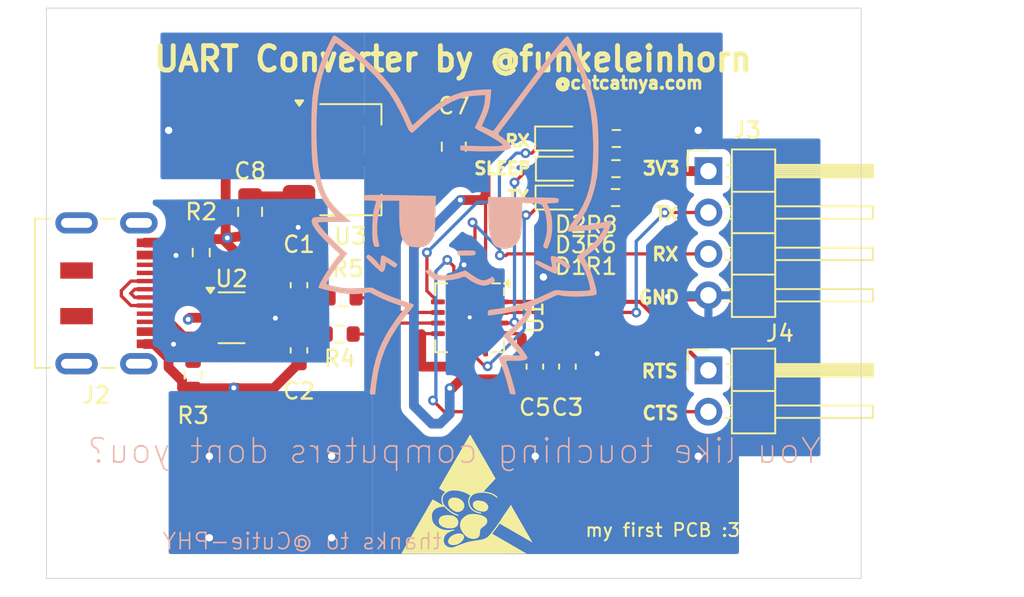
<source format=kicad_pcb>
(kicad_pcb (version 20240108) (generator "pcbnew") (generator_version "8.0")
  (layers (0 "F.Cu" signal) (1 "In1.Cu" power) (2 "In2.Cu" power) (31 "B.Cu" signal) (34 "B.Paste" user) (35 "F.Paste" user) (36 "B.SilkS" user "B.Silkscreen") (37 "F.SilkS" user "F.Silkscreen") (38 "B.Mask" user) (39 "F.Mask" user) (44 "Edge.Cuts" user))
  (net 0 "")
  (net 1 "Net-(C1-Pad1)")
  (net 2 "GND")
  (net 3 "Net-(C2-Pad1)")
  (net 4 "Net-(J2-CC1)")
  (net 5 "Net-(J2-CC2)")
  (net 8 "Net-(U1-USBDM)")
  (net 9 "Net-(U1-USBDP)")
  (net 10 "Net-(D2-K)")
  (net 11 "+3V3")
  (net 12 "Net-(D1-K)")
  (net 13 "Net-(D3-K)")
  (net 15 "VBUS")
  (net 16 "Net-(D1-A)")
  (net 17 "Net-(D2-A)")
  (net 18 "Net-(J3-Pin_2)")
  (net 19 "Net-(J3-Pin_3)")
  (net 20 "Net-(J4-Pin_2)")
  (net 21 "Net-(J4-Pin_1)")
  (net 22 "Net-(D3-A)")
  (footprint "LED_SMD:LED_0603_1608Metric" (layer "F.Cu") (at 134 84.125)
    (property "Reference" "D1" (at 0.675 4.225 0) (layer "F.SilkS"))
    (property "Value" "LED")
    (pad "1" smd roundrect (at -0.7875 0) (size 0.875 0.95) (layers "F.Cu" "F.Paste" "F.Mask") (net 12 "Net-(D1-K)"))
    (pad "2" smd roundrect (at 0.7875 0) (size 0.875 0.95) (layers "F.Cu" "F.Paste" "F.Mask") (net 16 "Net-(D1-A)"))
  )
  (footprint "MountingHole:MountingHole_3.2mm_M3_DIN965" (layer "F.Cu") (at 149 104)
    (property "Reference" "H4" (hide yes))
    (property "Value" "MountingHole")
    (pad "" np_thru_hole circle (at 0 0) (size 3.2 3.2) (drill 3.2) (layers "*.Cu" "*.Mask"))
  )
  (footprint "Capacitor_SMD:C_0603_1608Metric" (layer "F.Cu") (at 134.475 94.5 90)
    (property "Reference" "C3" (at -2.5 0 0) (layer "F.SilkS"))
    (property "Value" "100nF")
    (pad "1" smd roundrect (at -0.775 0 90) (size 0.9 0.95) (layers "F.Cu" "F.Paste" "F.Mask") (net 11 "+3V3"))
    (pad "2" smd roundrect (at 0.775 0 90) (size 0.9 0.95) (layers "F.Cu" "F.Paste" "F.Mask") (net 2 "GND"))
  )
  (footprint "Connector_USB:USB_C_Receptacle_JAE_DX07S016JA1R1500" (layer "F.Cu") (at 105.5 90 -90)
    (property "Reference" "J2" (at 6.25 -0.05 180) (layer "F.SilkS"))
    (property "Value" "USB_C_Receptacle_USB2.0_16P")
    (pad "" np_thru_hole circle (at -3 -1.95 270) (size 0.6 0.6) (drill 0.6) (layers "F&B.Cu" "*.Mask"))
    (pad "" smd rect (at -1.4 1.15 270) (size 1 2) (layers "F.Cu" "F.Paste" "F.Mask"))
    (pad "" smd rect (at 1.4 1.15 270) (size 1 2) (layers "F.Cu" "F.Paste" "F.Mask"))
    (pad "" np_thru_hole oval (at 3 -1.95 270) (size 0.85 0.6) (drill oval 0.85 0.6) (layers "F&B.Cu" "*.Mask"))
    (pad "A1" smd rect (at -3.1 -3.05 270) (size 0.52 1) (layers "F.Cu" "F.Paste" "F.Mask") (net 2 "GND"))
    (pad "A4" smd rect (at -2.35 -3.05 270) (size 0.52 1) (layers "F.Cu" "F.Paste" "F.Mask") (net 15 "VBUS"))
    (pad "A5" smd rect (at -1.75 -3.05 270) (size 0.27 1) (layers "F.Cu" "F.Paste" "F.Mask") (net 4 "Net-(J2-CC1)"))
    (pad "A6" smd rect (at -0.25 -3.05 270) (size 0.27 1) (layers "F.Cu" "F.Paste" "F.Mask") (net 1 "Net-(C1-Pad1)"))
    (pad "A7" smd rect (at 0.75 -3.05 270) (size 0.27 1) (layers "F.Cu" "F.Paste" "F.Mask") (net 3 "Net-(C2-Pad1)"))
    (pad "A8" smd rect (at 1.75 -3.05 270) (size 0.27 1) (layers "F.Cu" "F.Paste" "F.Mask"))
    (pad "A9" smd rect (at 2.35 -3.05 270) (size 0.52 1) (layers "F.Cu" "F.Paste" "F.Mask") (net 15 "VBUS"))
    (pad "A12" smd rect (at 3.1 -3.05 270) (size 0.52 1) (layers "F.Cu" "F.Paste" "F.Mask") (net 2 "GND"))
    (pad "B1" smd rect (at 3.1 -3.05 270) (size 0.52 1) (layers "F.Cu" "F.Paste" "F.Mask") (net 2 "GND"))
    (pad "B4" smd rect (at 2.35 -3.05 270) (size 0.52 1) (layers "F.Cu" "F.Paste" "F.Mask") (net 15 "VBUS"))
    (pad "B5" smd rect (at 1.25 -3.05 270) (size 0.27 1) (layers "F.Cu" "F.Paste" "F.Mask") (net 5 "Net-(J2-CC2)"))
    (pad "B6" smd rect (at 0.25 -3.05 270) (size 0.27 1) (layers "F.Cu" "F.Paste" "F.Mask") (net 1 "Net-(C1-Pad1)"))
    (pad "B7" smd rect (at -0.75 -3.05 270) (size 0.27 1) (layers "F.Cu" "F.Paste" "F.Mask") (net 3 "Net-(C2-Pad1)"))
    (pad "B8" smd rect (at -1.25 -3.05 270) (size 0.27 1) (layers "F.Cu" "F.Paste" "F.Mask"))
    (pad "B9" smd rect (at -2.35 -3.05 270) (size 0.52 1) (layers "F.Cu" "F.Paste" "F.Mask") (net 15 "VBUS"))
    (pad "B12" smd rect (at -3.1 -3.05 270) (size 0.52 1) (layers "F.Cu" "F.Paste" "F.Mask") (net 2 "GND"))
    (pad "S1" thru_hole oval (at -4.32 -2.675 270) (size 1.3 2.3) (drill oval 0.6 1.6) (layers "*.Cu" "*.Mask") (net 2 "GND"))
    (pad "S1" thru_hole oval (at -4.32 1.15 270) (size 1.3 2.6) (drill oval 0.6 1.9) (layers "*.Cu" "*.Mask") (net 2 "GND"))
    (pad "S1" thru_hole oval (at 4.32 -2.675 270) (size 1.3 2.3) (drill oval 0.6 1.6) (layers "*.Cu" "*.Mask") (net 2 "GND"))
    (pad "S1" thru_hole oval (at 4.32 1.15 270) (size 1.3 2.6) (drill oval 0.6 1.9) (layers "*.Cu" "*.Mask") (net 2 "GND"))
  )
  (footprint "LOGO" (layer "F.Cu") (at 128.5 102.5)
    (property "Reference" "G***" (hide yes))
    (property "Value" "LOGO" (hide yes))
  )
  (footprint "Package_DFN_QFN:QFN-16-1EP_4x4mm_P0.65mm_EP2.1x2.1mm" (layer "F.Cu") (at 128.475 91.5 -90)
    (property "Reference" "U1" (at 0 -4 90) (layer "F.SilkS"))
    (property "Value" "FT230XQ")
    (pad "1" smd roundrect (at -1.95 -0.975 270) (size 0.85 0.3) (layers "F.Cu" "F.Paste" "F.Mask") (net 11 "+3V3"))
    (pad "2" smd roundrect (at -1.95 -0.325 270) (size 0.85 0.3) (layers "F.Cu" "F.Paste" "F.Mask") (net 19 "Net-(J3-Pin_3)"))
    (pad "3" smd roundrect (at -1.95 0.325 270) (size 0.85 0.3) (layers "F.Cu" "F.Paste" "F.Mask") (net 2 "GND"))
    (pad "4" smd roundrect (at -1.95 0.975 270) (size 0.85 0.3) (layers "F.Cu" "F.Paste" "F.Mask") (net 20 "Net-(J4-Pin_2)"))
    (pad "5" smd roundrect (at -0.975 1.95 270) (size 0.3 0.85) (layers "F.Cu" "F.Paste" "F.Mask") (net 10 "Net-(D2-K)"))
    (pad "6" smd roundrect (at -0.325 1.95 270) (size 0.3 0.85) (layers "F.Cu" "F.Paste" "F.Mask") (net 9 "Net-(U1-USBDP)"))
    (pad "7" smd roundrect (at 0.325 1.95 270) (size 0.3 0.85) (layers "F.Cu" "F.Paste" "F.Mask") (net 8 "Net-(U1-USBDM)"))
    (pad "8" smd roundrect (at 0.975 1.95 270) (size 0.3 0.85) (layers "F.Cu" "F.Paste" "F.Mask") (net 11 "+3V3"))
    (pad "9" smd roundrect (at 1.95 0.975 270) (size 0.85 0.3) (layers "F.Cu" "F.Paste" "F.Mask") (net 11 "+3V3"))
    (pad "10" smd roundrect (at 1.95 0.325 270) (size 0.85 0.3) (layers "F.Cu" "F.Paste" "F.Mask") (net 11 "+3V3"))
    (pad "11" smd roundrect (at 1.95 -0.325 270) (size 0.85 0.3) (layers "F.Cu" "F.Paste" "F.Mask") (net 12 "Net-(D1-K)"))
    (pad "12" smd roundrect (at 1.95 -0.975 270) (size 0.85 0.3) (layers "F.Cu" "F.Paste" "F.Mask"))
    (pad "13" smd roundrect (at 0.975 -1.95 270) (size 0.3 0.85) (layers "F.Cu" "F.Paste" "F.Mask") (net 2 "GND"))
    (pad "14" smd roundrect (at 0.325 -1.95 270) (size 0.3 0.85) (layers "F.Cu" "F.Paste" "F.Mask") (net 13 "Net-(D3-K)"))
    (pad "15" smd roundrect (at -0.325 -1.95 270) (size 0.3 0.85) (layers "F.Cu" "F.Paste" "F.Mask") (net 18 "Net-(J3-Pin_2)"))
    (pad "16" smd roundrect (at -0.975 -1.95 270) (size 0.3 0.85) (layers "F.Cu" "F.Paste" "F.Mask") (net 21 "Net-(J4-Pin_1)"))
    (pad "17" smd rect (at 0 0 270) (size 2.1 2.1) (property pad_prop_heatsink) (layers "F.Cu" "F.Mask") (net 2 "GND"))
  )
  (footprint "Resistor_SMD:R_0603_1608Metric" (layer "F.Cu") (at 112 87.5 90)
    (property "Reference" "R2" (at 2.5 0 0) (layer "F.SilkS"))
    (property "Value" "5K1")
    (pad "1" smd roundrect (at -0.825 0 90) (size 0.8 0.95) (layers "F.Cu" "F.Paste" "F.Mask") (net 4 "Net-(J2-CC1)"))
    (pad "2" smd roundrect (at 0.825 0 90) (size 0.8 0.95) (layers "F.Cu" "F.Paste" "F.Mask") (net 2 "GND"))
  )
  (footprint "LED_SMD:LED_0603_1608Metric" (layer "F.Cu") (at 134.025 82.35)
    (property "Reference" "D3" (at 0.65 4.675 0) (layer "F.SilkS"))
    (property "Value" "LED")
    (pad "1" smd roundrect (at -0.7875 0) (size 0.875 0.95) (layers "F.Cu" "F.Paste" "F.Mask") (net 13 "Net-(D3-K)"))
    (pad "2" smd roundrect (at 0.7875 0) (size 0.875 0.95) (layers "F.Cu" "F.Paste" "F.Mask") (net 22 "Net-(D3-A)"))
  )
  (footprint "Resistor_SMD:R_0603_1608Metric" (layer "F.Cu") (at 120.675 90.275)
    (property "Reference" "R5" (at 0.325 -1.775 0) (layer "F.SilkS"))
    (property "Value" "27R")
    (pad "1" smd roundrect (at -0.825 0) (size 0.8 0.95) (layers "F.Cu" "F.Paste" "F.Mask") (net 1 "Net-(C1-Pad1)"))
    (pad "2" smd roundrect (at 0.825 0) (size 0.8 0.95) (layers "F.Cu" "F.Paste" "F.Mask") (net 9 "Net-(U1-USBDP)"))
  )
  (footprint "Connector_PinHeader_2.54mm:PinHeader_1x04_P2.54mm_Horizontal" (layer "F.Cu") (at 143.125 82.5)
    (property "Reference" "J3" (at 2.375 -2.5 0) (layer "F.SilkS"))
    (property "Value" "Conn_01x04")
    (pad "1" thru_hole rect (at 0 0) (size 1.7 1.7) (drill 1) (layers "*.Cu" "*.Mask") (net 11 "+3V3"))
    (pad "2" thru_hole oval (at 0 2.54) (size 1.7 1.7) (drill 1) (layers "*.Cu" "*.Mask") (net 18 "Net-(J3-Pin_2)"))
    (pad "3" thru_hole oval (at 0 5.08) (size 1.7 1.7) (drill 1) (layers "*.Cu" "*.Mask") (net 19 "Net-(J3-Pin_3)"))
    (pad "4" thru_hole oval (at 0 7.62) (size 1.7 1.7) (drill 1) (layers "*.Cu" "*.Mask") (net 2 "GND"))
  )
  (footprint "Resistor_SMD:R_0603_1608Metric" (layer "F.Cu") (at 120.5 92.5)
    (property "Reference" "R4" (at 0 1.5 0) (layer "F.SilkS"))
    (property "Value" "27R")
    (pad "1" smd roundrect (at -0.825 0) (size 0.8 0.95) (layers "F.Cu" "F.Paste" "F.Mask") (net 3 "Net-(C2-Pad1)"))
    (pad "2" smd roundrect (at 0.825 0) (size 0.8 0.95) (layers "F.Cu" "F.Paste" "F.Mask") (net 8 "Net-(U1-USBDM)"))
  )
  (footprint "Capacitor_SMD:C_0603_1608Metric" (layer "F.Cu") (at 118 93.5 -90)
    (property "Reference" "C2" (at 2.5 0 180) (layer "F.SilkS"))
    (property "Value" "47pF")
    (pad "1" smd roundrect (at -0.775 0 270) (size 0.9 0.95) (layers "F.Cu" "F.Paste" "F.Mask") (net 3 "Net-(C2-Pad1)"))
    (pad "2" smd roundrect (at 0.775 0 270) (size 0.9 0.95) (layers "F.Cu" "F.Paste" "F.Mask") (net 2 "GND"))
  )
  (footprint "Resistor_SMD:R_0603_1608Metric" (layer "F.Cu") (at 137.425 84.125 180)
    (property "Reference" "R1" (at 0.875 -4.225 180) (layer "F.SilkS"))
    (property "Value" "R")
    (pad "1" smd roundrect (at -0.825 0 180) (size 0.8 0.95) (layers "F.Cu" "F.Paste" "F.Mask") (net 11 "+3V3"))
    (pad "2" smd roundrect (at 0.825 0 180) (size 0.8 0.95) (layers "F.Cu" "F.Paste" "F.Mask") (net 16 "Net-(D1-A)"))
  )
  (footprint "Resistor_SMD:R_0603_1608Metric" (layer "F.Cu") (at 137.475 80.5 180)
    (property "Reference" "R8" (at 0.9 -5.3 180) (layer "F.SilkS"))
    (property "Value" "R")
    (pad "1" smd roundrect (at -0.825 0 180) (size 0.8 0.95) (layers "F.Cu" "F.Paste" "F.Mask") (net 11 "+3V3"))
    (pad "2" smd roundrect (at 0.825 0 180) (size 0.8 0.95) (layers "F.Cu" "F.Paste" "F.Mask") (net 17 "Net-(D2-A)"))
  )
  (footprint "Resistor_SMD:R_0603_1608Metric" (layer "F.Cu") (at 111.5 95 -90)
    (property "Reference" "R3" (at 2.5 0 180) (layer "F.SilkS"))
    (property "Value" "5K1")
    (pad "1" smd roundrect (at -0.825 0 270) (size 0.8 0.95) (layers "F.Cu" "F.Paste" "F.Mask") (net 5 "Net-(J2-CC2)"))
    (pad "2" smd roundrect (at 0.825 0 270) (size 0.8 0.95) (layers "F.Cu" "F.Paste" "F.Mask") (net 2 "GND"))
  )
  (footprint "Resistor_SMD:R_0603_1608Metric" (layer "F.Cu") (at 137.45 82.35 180)
    (property "Reference" "R6" (at 0.925 -4.65 180) (layer "F.SilkS"))
    (property "Value" "R")
    (pad "1" smd roundrect (at -0.825 0 180) (size 0.8 0.95) (layers "F.Cu" "F.Paste" "F.Mask") (net 11 "+3V3"))
    (pad "2" smd roundrect (at 0.825 0 180) (size 0.8 0.95) (layers "F.Cu" "F.Paste" "F.Mask") (net 22 "Net-(D3-A)"))
  )
  (footprint "Capacitor_SMD:C_0603_1608Metric" (layer "F.Cu") (at 132.475 94.5 90)
    (property "Reference" "C5" (at -2.5 0 0) (layer "F.SilkS"))
    (property "Value" "100nF")
    (pad "1" smd roundrect (at -0.775 0 90) (size 0.9 0.95) (layers "F.Cu" "F.Paste" "F.Mask") (net 11 "+3V3"))
    (pad "2" smd roundrect (at 0.775 0 90) (size 0.9 0.95) (layers "F.Cu" "F.Paste" "F.Mask") (net 2 "GND"))
  )
  (footprint "MountingHole:MountingHole_3.2mm_M3_DIN965" (layer "F.Cu") (at 106 104)
    (property "Reference" "H3" (hide yes))
    (property "Value" "MountingHole")
    (pad "" np_thru_hole circle (at 0 0) (size 3.2 3.2) (drill 3.2) (layers "*.Cu" "*.Mask"))
  )
  (footprint "Capacitor_SMD:C_0805_2012Metric" (layer "F.Cu") (at 127.5 81 90)
    (property "Reference" "C7" (at 2.5 0 0) (layer "F.SilkS"))
    (property "Value" "2u2")
    (pad "1" smd roundrect (at -0.949999 0 90) (size 1 1.45) (layers "F.Cu" "F.Paste" "F.Mask") (net 11 "+3V3"))
    (pad "2" smd roundrect (at 0.949999 0 90) (size 1 1.45) (layers "F.Cu" "F.Paste" "F.Mask") (net 2 "GND"))
  )
  (footprint "Package_TO_SOT_SMD:SOT-23-6" (layer "F.Cu") (at 113.8625 91.5)
    (property "Reference" "U2" (at 0 -2.4 0) (layer "F.SilkS"))
    (property "Value" "USBLC6-2SC6")
    (pad "1" smd roundrect (at -1.1375 -0.95) (size 1.325 0.6) (layers "F.Cu" "F.Paste" "F.Mask") (net 1 "Net-(C1-Pad1)"))
    (pad "2" smd roundrect (at -1.1375 0) (size 1.325 0.6) (layers "F.Cu" "F.Paste" "F.Mask") (net 2 "GND"))
    (pad "3" smd roundrect (at -1.1375 0.95) (size 1.325 0.6) (layers "F.Cu" "F.Paste" "F.Mask") (net 3 "Net-(C2-Pad1)"))
    (pad "4" smd roundrect (at 1.1375 0.95) (size 1.325 0.6) (layers "F.Cu" "F.Paste" "F.Mask") (net 3 "Net-(C2-Pad1)"))
    (pad "5" smd roundrect (at 1.1375 0) (size 1.325 0.6) (layers "F.Cu" "F.Paste" "F.Mask") (net 15 "VBUS"))
    (pad "6" smd roundrect (at 1.1375 -0.95) (size 1.325 0.6) (layers "F.Cu" "F.Paste" "F.Mask") (net 1 "Net-(C1-Pad1)"))
  )
  (footprint "LED_SMD:LED_0603_1608Metric" (layer "F.Cu") (at 133.975 80.5)
    (property "Reference" "D2" (at 0.7 5.275 0) (layer "F.SilkS"))
    (property "Value" "LED")
    (pad "1" smd roundrect (at -0.7875 0) (size 0.875 0.95) (layers "F.Cu" "F.Paste" "F.Mask") (net 10 "Net-(D2-K)"))
    (pad "2" smd roundrect (at 0.7875 0) (size 0.875 0.95) (layers "F.Cu" "F.Paste" "F.Mask") (net 17 "Net-(D2-A)"))
  )
  (footprint "MountingHole:MountingHole_3.2mm_M3_DIN965" (layer "F.Cu") (at 106 76)
    (property "Reference" "H1" (hide yes))
    (property "Value" "MountingHole")
    (pad "" np_thru_hole circle (at 0 0) (size 3.2 3.2) (drill 3.2) (layers "*.Cu" "*.Mask"))
  )
  (footprint "MountingHole:MountingHole_3.2mm_M3_DIN965" (layer "F.Cu") (at 149 76)
    (property "Reference" "H2" (hide yes))
    (property "Value" "MountingHole")
    (pad "" np_thru_hole circle (at 0 0) (size 3.2 3.2) (drill 3.2) (layers "*.Cu" "*.Mask"))
  )
  (footprint "Capacitor_SMD:C_0805_2012Metric" (layer "F.Cu") (at 115 85 -90)
    (property "Reference" "C8" (at -2.5 0 180) (layer "F.SilkS"))
    (property "Value" "2u2")
    (pad "1" smd roundrect (at -0.949999 0 270) (size 1 1.45) (layers "F.Cu" "F.Paste" "F.Mask") (net 15 "VBUS"))
    (pad "2" smd roundrect (at 0.949999 0 270) (size 1 1.45) (layers "F.Cu" "F.Paste" "F.Mask") (net 2 "GND"))
  )
  (footprint "Package_TO_SOT_SMD:SOT-223-3_TabPin2" (layer "F.Cu") (at 121.15 81.8)
    (property "Reference" "U3" (at 0 4.7 0) (layer "F.SilkS"))
    (property "Value" "TLV1117LV33")
    (pad "1" smd roundrect (at -3.15 -2.3) (size 2 1.5) (layers "F.Cu" "F.Paste" "F.Mask") (net 2 "GND"))
    (pad "2" smd roundrect (at -3.15 0) (size 2 1.5) (layers "F.Cu" "F.Paste" "F.Mask") (net 11 "+3V3"))
    (pad "2" smd roundrect (at 3.15 0) (size 2 3.8) (layers "F.Cu" "F.Paste" "F.Mask") (net 11 "+3V3"))
    (pad "3" smd roundrect (at -3.15 2.3) (size 2 1.5) (layers "F.Cu" "F.Paste" "F.Mask") (net 15 "VBUS"))
  )
  (footprint "Connector_PinHeader_2.54mm:PinHeader_1x02_P2.54mm_Horizontal" (layer "F.Cu") (at 143.125 94.725)
    (property "Reference" "J4" (at 4.385 -2.27 0) (layer "F.SilkS"))
    (property "Value" "Conn_01x02")
    (pad "1" thru_hole rect (at 0 0) (size 1.7 1.7) (drill 1) (layers "*.Cu" "*.Mask") (net 21 "Net-(J4-Pin_1)"))
    (pad "2" thru_hole oval (at 0 2.54) (size 1.7 1.7) (drill 1) (layers "*.Cu" "*.Mask") (net 20 "Net-(J4-Pin_2)"))
  )
  (footprint "Capacitor_SMD:C_0603_1608Metric" (layer "F.Cu") (at 118 89.5 90)
    (property "Reference" "C1" (at 2.5 0 0) (layer "F.SilkS"))
    (property "Value" "47pF")
    (pad "1" smd roundrect (at -0.775 0 90) (size 0.9 0.95) (layers "F.Cu" "F.Paste" "F.Mask") (net 1 "Net-(C1-Pad1)"))
    (pad "2" smd roundrect (at 0.775 0 90) (size 0.9 0.95) (layers "F.Cu" "F.Paste" "F.Mask") (net 2 "GND"))
  )
  (footprint "LOGO" (layer "B.Cu") (at 127.8 85.05 180)
    (property "Reference" "G***" (hide yes))
    (property "Value" "LOGO" (hide yes))
  )
  (gr_line (start 152.5 72.5) (end 152.5 107.5) (stroke (width 0.05)) (layer "Edge.Cuts"))
  (gr_line (start 152.5 107.5) (end 102.5 107.5) (stroke (width 0.05)) (layer "Edge.Cuts"))
  (gr_line (start 102.5 107.5) (end 102.5 72.5) (stroke (width 0.05)) (layer "Edge.Cuts"))
  (gr_line (start 102.5 72.5) (end 152.5 72.5) (stroke (width 0.05)) (layer "Edge.Cuts"))
  (gr_text "thanks to @Cutie-PHY" (at 126.825 105.8 0) (layer "B.SilkS") (effects (font (size 1 1) (thickness 0.1)) (justify left bottom mirror)))
  (gr_text "You like touching computers dont you?" (at 150.125 100.55 0) (layer "B.SilkS") (effects (font (size 1.5 1.5) (thickness 0.1)) (justify left bottom mirror)))
  (gr_text "my first PCB :3" (at 135.5 105 0) (layer "F.SilkS") (effects (font (size 0.8 0.8) (thickness 0.125)) (justify left bottom)))
  (gr_text "RX" (at 139.575 88.075 0) (layer "F.SilkS") (effects (font (size 0.8 0.8) (thickness 0.1875) (bold yes)) (justify left bottom)))
  (gr_text "TX" (at 139.75 85.575 0) (layer "F.SilkS") (effects (font (size 0.8 0.8) (thickness 0.1875) (bold yes)) (justify left bottom)))
  (gr_text "GND" (at 138.75 90.725 0) (layer "F.SilkS") (effects (font (size 0.8 0.8) (thickness 0.1875) (bold yes)) (justify left bottom)))
  (gr_text "RX" (at 130.55 81.1 0) (layer "F.SilkS") (effects (font (size 0.75 0.75) (thickness 0.1875) (bold yes)) (justify left bottom)))
  (gr_text "@catcatnya.com" (at 133.575 77.525 0) (layer "F.SilkS") (effects (font (size 0.75 0.75) (thickness 0.1875) (bold yes)) (justify left bottom)))
  (gr_text "TX" (at 130.7 84.525 0) (layer "F.SilkS") (effects (font (size 0.75 0.75) (thickness 0.1875) (bold yes)) (justify left bottom)))
  (gr_text "CTS" (at 138.975 97.825 0) (layer "F.SilkS") (effects (font (size 0.8 0.8) (thickness 0.1875) (bold yes)) (justify left bottom)))
  (gr_text "RTS" (at 138.925 95.25 0) (layer "F.SilkS") (effects (font (size 0.8 0.8) (thickness 0.1875) (bold yes)) (justify left bottom)))
  (gr_text "UART Converter by @funkeleinhorn" (at 108.95 76.5 0) (layer "F.SilkS") (effects (font (size 1.5 1.4) (thickness 0.3) (bold yes)) (justify left bottom)))
  (gr_text "SLEEP" (at 128.65 82.775 0) (layer "F.SilkS") (effects (font (size 0.75 0.75) (thickness 0.1875) (bold yes)) (justify left bottom)))
  (gr_text "3V3" (at 139 82.8 0) (layer "F.SilkS") (effects (font (size 0.8 0.8) (thickness 0.1875) (bold yes)) (justify left bottom)))
  (segment (start 107.925 89.75) (end 108.55 89.75) (width 0.2) (layer "F.Cu") (net 1))
  (segment (start 119.85 90.275) (end 118 90.275) (width 0.2) (layer "F.Cu") (net 1))
  (segment (start 117.725 90.55) (end 118 90.275) (width 0.2) (layer "F.Cu") (net 1))
  (segment (start 108.55 90.25) (end 107.925 90.25) (width 0.2) (layer "F.Cu") (net 1))
  (segment (start 112.725 90.55) (end 109.650686 90.55) (width 0.2) (layer "F.Cu") (net 1))
  (segment (start 107.925 90.25) (end 107.675 90) (width 0.2) (layer "F.Cu") (net 1))
  (segment (start 109.650686 90.55) (end 109.350686 90.25) (width 0.2) (layer "F.Cu") (net 1))
  (segment (start 109.350686 90.25) (end 108.55 90.25) (width 0.2) (layer "F.Cu") (net 1))
  (segment (start 112.725 90.55) (end 115 90.55) (width 0.2) (layer "F.Cu") (net 1))
  (segment (start 107.675 90) (end 107.925 89.75) (width 0.2) (layer "F.Cu") (net 1))
  (segment (start 115 90.55) (end 117.725 90.55) (width 0.2) (layer "F.Cu") (net 1))
  (segment (start 128.475 91.475) (end 128.475 91.5) (width 0.6) (layer "F.Cu") (net 2))
  (segment (start 128.45 91.475) (end 128.475 91.475) (width 0.6) (layer "F.Cu") (net 2))
  (segment (start 113.5 86.5) (end 113.325 86.675) (width 0.6) (layer "F.Cu") (net 2))
  (segment (start 110 94) (end 109.11 93.11) (width 0.6) (layer "F.Cu") (net 2))
  (segment (start 113.6 86.6) (end 114.449999 86.5) (width 0.6) (layer "F.Cu") (net 2))
  (segment (start 112.725 91.5) (end 111.3 91.5) (width 0.6) (layer "F.Cu") (net 2))
  (segment (start 128.475 91.5) (end 128.475 91.5) (width 0.6) (layer "F.Cu") (net 2))
  (segment (start 114.449999 86.5) (end 115 85.949999) (width 0.6) (layer "F.Cu") (net 2))
  (segment (start 112 86.675) (end 111.925 86.675) (width 0.6) (layer "F.Cu") (net 2))
  (segment (start 122.5 79.4) (end 126.849999 79.4) (width 0.6) (layer "F.Cu") (net 2))
  (segment (start 109 94.1) (end 108.400305 94.1) (width 0.25) (layer "F.Cu") (net 2))
  (segment (start 115 80) (end 115.5 79.5) (width 0.2) (layer "F.Cu") (net 2))
  (segment (start 110.825 95.825) (end 111.5 95.825) (width 0.6) (layer "F.Cu") (net 2))
  (segment (start 115.6 79.4) (end 113.5 81.5) (width 0.6) (layer "F.Cu") (net 2))
  (segment (start 111.3 91.5) (end 111.2 91.6) (width 0.6) (layer "F.Cu") (net 2))
  (segment (start 114 95.8) (end 114.025 95.825) (width 0.6) (layer "F.Cu") (net 2))
  (segment (start 110 94.55) (end 110 94) (width 0.6) (layer "F.Cu") (net 2))
  (segment (start 115.375 88.725) (end 113.325 86.675) (width 0.6) (layer "F.Cu") (net 2))
  (segment (start 116.45 95.825) (end 118 94.275) (width 0.6) (layer "F.Cu") (net 2))
  (segment (start 114.025 95.825) (end 114.175 95.825) (width 0.6) (layer "F.Cu") (net 2))
  (segment (start 115.5 79.5) (end 118 79.5) (width 0.2) (layer "F.Cu") (net 2))
  (segment (start 132.475 93.725) (end 131.675 93.725) (width 0.6) (layer "F.Cu") (net 2))
  (segment (start 112.5 86.675) (end 112.285 86.89) (width 0.6) (layer "F.Cu") (net 2))
  (segment (start 113.975 95.825) (end 114 95.8) (width 0.6) (layer "F.Cu") (net 2))
  (segment (start 112.5 86.675) (end 112 86.675) (width 0.6) (layer "F.Cu") (net 2))
  (segment (start 110.825 95.825) (end 110.825 95.375) (width 0.6) (layer "F.Cu") (net 2))
  (segment (start 114.225 95.825) (end 116.45 95.825) (width 0.6) (layer "F.Cu") (net 2))
  (segment (start 113.5 81.5) (end 113.5 86.5) (width 0.6) (layer "F.Cu") (net 2))
  (segment (start 131.675 93.725) (end 131.675 92.693629) (width 0.6) (layer "F.Cu") (net 2))
  (segment (start 110.825 95.375) (end 110 94.55) (width 0.6) (layer "F.Cu") (net 2))
  (segment (start 128.15 88.275) (end 128.125 88.25) (width 0.2) (layer "F.Cu") (net 2))
  (segment (start 126.849999 79.4) (end 127.5 80.050001) (width 0.6) (layer "F.Cu") (net 2))
  (segment (start 136.275 93.725) (end 136.3 93.7) (width 0.6) (layer "F.Cu") (net 2))
  (segment (start 111.775 86.9) (end 112 86.675) (width 0.2) (layer "F.Cu") (net 2))
  (segment (start 130.425 92.475) (end 131.456371 92.475) (width 0.2) (layer "F.Cu") (net 2))
  (segment (start 140.6 90.2) (end 143.045 90.2) (width 0.6) (layer "F.Cu") (net 2))
  (segment (start 128.15 89.55) (end 128.15 88.275) (width 0.2) (layer "F.Cu") (net 2))
  (segment (start 109.11 93.11) (end 108.55 93.11) (width 0.6) (layer "F.Cu") (net 2))
  (segment (start 111.2 91.6) (end 111.4 91.5) (width 0.2) (layer "F.Cu") (net 2))
  (segment (start 114.175 95.825) (end 114.2 95.8) (width 0.6) (layer "F.Cu") (net 2))
  (segment (start 126.949999 79.5) (end 127.5 80.050001) (width 0.2) (layer "F.Cu") (net 2))
  (segment (start 128.15 91.175) (end 128.45 91.475) (width 0.6) (layer "F.Cu") (net 2))
  (segment (start 143.045 90.2) (end 143.125 90.12) (width 0.6) (layer "F.Cu") (net 2))
  (segment (start 111.5 95.825) (end 113.975 95.825) (width 0.6) (layer "F.Cu") (net 2))
  (segment (start 118 79.5) (end 126.949999 79.5) (width 0.2) (layer "F.Cu") (net 2))
  (segment (start 113.325 86.675) (end 112.5 86.675) (width 0.6) (layer "F.Cu") (net 2))
  (segment (start 112.285 86.89) (end 108.55 86.89) (width 0.6) (layer "F.Cu") (net 2))
  (segment (start 115 80) (end 113.5 81.5) (width 0.2) (layer "F.Cu") (net 2))
  (segment (start 134.475 93.725) (end 132.475 93.725) (width 0.6) (layer "F.Cu") (net 2))
  (segment (start 134.475 93.725) (end 136.275 93.725) (width 0.6) (layer "F.Cu") (net 2))
  (segment (start 113.5 86.5) (end 113.6 86.6) (width 0.6) (layer "F.Cu") (net 2))
  (segment (start 122.5 79.4) (end 115.6 79.4) (width 0.6) (layer "F.Cu") (net 2))
  (segment (start 115.375 88.725) (end 118 88.725) (width 0.6) (layer "F.Cu") (net 2))
  (segment (start 131.456371 92.475) (end 131.556371 92.575) (width 0.2) (layer "F.Cu") (net 2))
  (segment (start 115 80) (end 115.6 79.4) (width 0.6) (layer "F.Cu") (net 2))
  (segment (start 114.2 95.8) (end 114.225 95.825) (width 0.6) (layer "F.Cu") (net 2))
  (via (at 128.475 91.475) (size 0.5) (drill 0.25) (layers "F.Cu" "B.Cu") (net 2))
  (via (at 111.2 91.6) (size 0.65) (drill 0.3) (layers "F.Cu" "B.Cu") (net 2))
  (via (at 120 105) (size 0.8) (drill 0.45) (layers "F.Cu" "B.Cu") (net 2))
  (via (at 136.3 93.7) (size 0.6) (drill 0.3) (layers "F.Cu" "B.Cu") (net 2))
  (via (at 110 80) (size 0.8) (drill 0.45) (layers "F.Cu" "B.Cu") (net 2))
  (via (at 113.6 86.6) (size 0.65) (drill 0.3) (layers "F.Cu" "B.Cu") (net 2))
  (via (at 140.6 90.2) (size 0.65) (drill 0.3) (layers "F.Cu" "B.Cu") (net 2))
  (via (at 128.125 88.25) (size 0.6) (drill 0.3) (layers "F.Cu" "B.Cu") (net 2))
  (via (at 142.5 100) (size 0.8) (drill 0.45) (layers "F.Cu" "B.Cu") (net 2))
  (via (at 112.5 105) (size 0.8) (drill 0.45) (layers "F.Cu" "B.Cu") (net 2))
  (via (at 120 100) (size 0.8) (drill 0.45) (layers "F.Cu" "B.Cu") (net 2))
  (via (at 112.5 100) (size 0.8) (drill 0.45) (layers "F.Cu" "B.Cu") (net 2))
  (via (at 114 95.8) (size 0.65) (drill 0.3) (layers "F.Cu" "B.Cu") (net 2))
  (via (at 133 89) (size 0.8) (drill 0.45) (layers "F.Cu" "B.Cu") (net 2))
  (via (at 142.5 80) (size 0.8) (drill 0.45) (layers "F.Cu" "B.Cu") (net 2))
  (via (at 132.5 100) (size 0.8) (drill 0.45) (layers "F.Cu" "B.Cu") (net 2))
  (segment (start 109.285 90.75) (end 108.55 90.75) (width 0.2) (layer "F.Cu") (net 3))
  (segment (start 118.225 92.5) (end 118 92.725) (width 0.2) (layer "F.Cu") (net 3))
  (segment (start 119.675 92.5) (end 118.225 92.5) (width 0.2) (layer "F.Cu") (net 3))
  (segment (start 107.1 89.834314) (end 107.1 90.165686) (width 0.2) (layer "F.Cu") (net 3))
  (segment (start 107.684314 90.75) (end 108.55 90.75) (width 0.2) (layer "F.Cu") (net 3))
  (segment (start 112.725 92.45) (end 110.985 92.45) (width 0.2) (layer "F.Cu") (net 3))
  (segment (start 107.1 90.165686) (end 107.684314 90.75) (width 0.2) (layer "F.Cu") (net 3))
  (segment (start 112.675 92.5) (end 112.725 92.45) (width 0.2) (layer "F.Cu") (net 3))
  (segment (start 110.985 92.45) (end 109.285 90.75) (width 0.2) (layer "F.Cu") (net 3))
  (segment (start 117.725 92.45) (end 118 92.725) (width 0.2) (layer "F.Cu") (net 3))
  (segment (start 107.684314 89.25) (end 107.1 89.834314) (width 0.2) (layer "F.Cu") (net 3))
  (segment (start 108.55 89.25) (end 107.684314 89.25) (width 0.2) (layer "F.Cu") (net 3))
  (segment (start 115 92.45) (end 117.725 92.45) (width 0.2) (layer "F.Cu") (net 3))
  (segment (start 112.725 92.45) (end 115 92.45) (width 0.2) (layer "F.Cu") (net 3))
  (segment (start 108.55 88.25) (end 111.925 88.25) (width 0.2) (layer "F.Cu") (net 4))
  (segment (start 111.925 88.25) (end 112 88.325) (width 0.2) (layer "F.Cu") (net 4))
  (segment (start 112 88.725) (end 112 88.325) (width 0.2) (layer "F.Cu") (net 4))
  (segment (start 109.219314 91.25) (end 108.55 91.25) (width 0.2) (layer "F.Cu") (net 5))
  (segment (start 111.5 93.530686) (end 109.219314 91.25) (width 0.2) (layer "F.Cu") (net 5))
  (segment (start 111.5 94.175) (end 111.5 93.530686) (width 0.2) (layer "F.Cu") (net 5))
  (segment (start 122.5 92.5) (end 121.325 92.5) (width 0.2) (layer "F.Cu") (net 8))
  (segment (start 126.525 91.825) (end 123.175 91.825) (width 0.2) (layer "F.Cu") (net 8))
  (segment (start 123.175 91.825) (end 122.5 92.5) (width 0.2) (layer "F.Cu") (net 8))
  (segment (start 121.5 90.275) (end 122.275 90.275) (width 0.2) (layer "F.Cu") (net 9))
  (segment (start 123.175 91.175) (end 126.525 91.175) (width 0.2) (layer "F.Cu") (net 9))
  (segment (start 122.275 90.275) (end 123.175 91.175) (width 0.2) (layer "F.Cu") (net 9))
  (segment (start 131.9 81.4) (end 132.2875 81.4) (width 0.2) (layer "F.Cu") (net 10))
  (segment (start 133.1375 80.425) (end 133.2125 80.5) (width 0.2) (layer "F.Cu") (net 10))
  (segment (start 125.85 89.85) (end 125.85 87.5) (width 0.2) (layer "F.Cu") (net 10))
  (segment (start 126.525 90.525) (end 125.85 89.85) (width 0.2) (layer "F.Cu") (net 10))
  (segment (start 132.2875 81.4) (end 133.1875 80.5) (width 0.2) (layer "F.Cu") (net 10))
  (via (at 131.9 81.4) (size 0.6) (drill 0.3) (layers "F.Cu" "B.Cu") (net 10))
  (via (at 125.85 87.5) (size 0.6) (drill 0.3) (layers "F.Cu" "B.Cu") (net 10))
  (segment (start 130.3 84.175) (end 130.075 84.4) (width 0.2) (layer "B.Cu") (net 10))
  (segment (start 130.075 84.4) (end 128.95 84.4) (width 0.2) (layer "B.Cu") (net 10))
  (segment (start 131.326471 81.4) (end 131.9 81.4) (width 0.2) (layer "B.Cu") (net 10))
  (segment (start 128.95 84.4) (end 125.85 87.5) (width 0.2) (layer "B.Cu") (net 10))
  (segment (start 130.3 82.426471) (end 131.326471 81.4) (width 0.2) (layer "B.Cu") (net 10))
  (segment (start 130.3 84.175) (end 130.3 82.426471) (width 0.2) (layer "B.Cu") (net 10))
  (segment (start 122 81.8) (end 122.149999 81.949999) (width 0.6) (layer "F.Cu") (net 11))
  (segment (start 128.15 93.45) (end 128.15 94.65) (width 0.2) (layer "F.Cu") (net 11))
  (segment (start 131.5 79) (end 136.825 79) (width 0.6) (layer "F.Cu") (net 11))
  (segment (start 129.45 84.525) (end 129.2 84.275) (width 0.2) (layer "F.Cu") (net 11))
  (segment (start 138.275 82.35) (end 138.275 84.125) (width 0.6) (layer "F.Cu") (net 11))
  (segment (start 127.5 81.949999) (end 128.550001 81.949999) (width 0.6) (layer "F.Cu") (net 11))
  (segment (start 121.5 81.8) (end 122 81.8) (width 0.6) (layer "F.Cu") (net 11))
  (segment (start 138.325 80.5) (end 138.325 82.5) (width 0.6) (layer "F.Cu") (net 11))
  (segment (start 128 94.5) (end 127.5 94.5) (width 0.6) (layer "F.Cu") (net 11))
  (segment (start 132.475 95.275) (end 134.475 95.275) (width 0.6) (layer "F.Cu") (net 11))
  (segment (start 136.825 79) (end 138.325 80.5) (width 0.6) (layer "F.Cu") (net 11))
  (segment (start 138.325 82.5) (end 143.125 82.5) (width 0.6) (layer "F.Cu") (net 11))
  (segment (start 127.5 94.5) (end 125.5 94.5) (width 0.6) (layer "F.Cu") (net 11))
  (segment (start 129.45 89.55) (end 129.45 84.525) (width 0.2) (layer "F.Cu") (net 11))
  (segment (start 127.9 84.275) (end 129.2 84.275) (width 0.6) (layer "F.Cu") (net 11))
  (segment (start 129.45 84.025) (end 129.45 82.849998) (width 0.6) (layer "F.Cu") (net 11))
  (segment (start 129.45 82.849998) (end 128.550001 81.949999) (width 0.6) (layer "F.Cu") (net 11))
  (segment (start 125.5 94.5) (end 125.5 92.5) (width 0.6) (layer "F.Cu") (net 11))
  (segment (start 126.525 92.475) (end 125.525 92.475) (width 0.2) (layer "F.Cu") (net 11))
  (segment (start 128.550001 81.949999) (end 131.5 79) (width 0.6) (layer "F.Cu") (net 11))
  (segment (start 129.2 84.275) (end 129.45 84.025) (width 0.6) (layer "F.Cu") (net 11))
  (segment (start 121.5 81.8) (end 124.3 81.8) (width 0.6) (layer "F.Cu") (net 11))
  (segment (start 124.449999 81.949999) (end 124.3 81.8) (width 0.2) (layer "F.Cu") (net 11))
  (segment (start 127.5 93.45) (end 127.5 94.5) (width 0.2) (layer "F.Cu") (net 11))
  (segment (start 128.3625 94.8625) (end 127.4 95.825) (width 0.6) (layer "F.Cu") (net 11))
  (segment (start 128.3625 94.8625) (end 128 94.5) (width 0.6) (layer "F.Cu") (net 11))
  (segment (start 118 81.8) (end 121.5 81.8) (width 0.6) (layer "F.Cu") (net 11))
  (segment (start 122.149999 81.949999) (end 127.5 81.949999) (width 0.6) (layer "F.Cu") (net 11))
  (segment (start 127.4 95.825) (end 127.25 95.825) (width 0.6) (layer "F.Cu") (net 11))
  (segment (start 125.525 92.475) (end 125.5 92.5) (width 0.2) (layer "F.Cu") (net 11))
  (segment (start 128.775 95.275) (end 132.475 95.275) (width 0.6) (layer "F.Cu") (net 11))
  (segment (start 128.15 94.65) (end 128.3625 94.8625) (width 0.6) (layer "F.Cu") (net 11))
  (segment (start 128.3625 94.8625) (end 128.775 95.275) (width 0.6) (layer "F.Cu") (net 11))
  (via (at 127.25 95.825) (size 0.6) (drill 0.3) (layers "F.Cu" "B.Cu") (net 11))
  (via (at 127.9 84.275) (size 0.6) (drill 0.3) (layers "F.Cu" "B.Cu") (net 11))
  (segment (start 127.25 95.825) (end 127.25 97.398528) (width 0.6) (layer "B.Cu") (net 11))
  (segment (start 125.05 96.898528) (end 125.05 87.125) (width 0.6) (layer "B.Cu") (net 11))
  (segment (start 125.05 87.125) (end 127.9 84.275) (width 0.6) (layer "B.Cu") (net 11))
  (segment (start 126.151472 98) (end 125.05 96.898528) (width 0.6) (layer "B.Cu") (net 11))
  (segment (start 127.25 97.398528) (end 126.648528 98) (width 0.6) (layer "B.Cu") (net 11))
  (segment (start 126.648528 98) (end 126.151472 98) (width 0.6) (layer "B.Cu") (net 11))
  (segment (start 128.8 93.45) (end 128.8 93.874999) (width 0.2) (layer "F.Cu") (net 12))
  (segment (start 128.8 93.874999) (end 129.400001 94.475) (width 0.2) (layer "F.Cu") (net 12))
  (segment (start 131.925 85.2) (end 132.1375 85.2) (width 0.2) (layer "F.Cu") (net 12))
  (segment (start 129.400001 94.475) (end 129.575 94.475) (width 0.2) (layer "F.Cu") (net 12))
  (segment (start 132.1375 85.2) (end 133.2125 84.125) (width 0.2) (layer "F.Cu") (net 12))
  (via (at 131.925 85.2) (size 0.6) (drill 0.3) (layers "F.Cu" "B.Cu") (net 12))
  (via (at 129.575 94.475) (size 0.6) (drill 0.3) (layers "F.Cu" "B.Cu") (net 12))
  (segment (start 131.825 85.3) (end 131.925 85.2) (width 0.2) (layer "B.Cu") (net 12))
  (segment (start 131.825 92.225) (end 131.825 85.3) (width 0.2) (layer "B.Cu") (net 12))
  (segment (start 129.575 94.475) (end 131.825 92.225) (width 0.2) (layer "B.Cu") (net 12))
  (segment (start 131.175 91.825) (end 131.225 91.775) (width 0.2) (layer "F.Cu") (net 13))
  (segment (start 130.425 91.825) (end 131.175 91.825) (width 0.2) (layer "F.Cu") (net 13))
  (segment (start 131.225 83.2) (end 132.075 82.35) (width 0.2) (layer "F.Cu") (net 13))
  (segment (start 131.425 91.775) (end 131.225 91.775) (width 0.2) (layer "F.Cu") (net 13))
  (segment (start 132.075 82.35) (end 133.2375 82.35) (width 0.2) (layer "F.Cu") (net 13))
  (via (at 131.225 83.2) (size 0.6) (drill 0.3) (layers "F.Cu" "B.Cu") (net 13))
  (via (at 131.225 91.775) (size 0.6) (drill 0.3) (layers "F.Cu" "B.Cu") (net 13))
  (segment (start 131.225 91.775) (end 131.225 83.2) (width 0.2) (layer "B.Cu") (net 13))
  (segment (start 115 84.050001) (end 117.950001 84.050001) (width 0.6) (layer "F.Cu") (net 15))
  (segment (start 110.425 87.65) (end 110.45 87.675) (width 0.4) (layer "F.Cu") (net 15))
  (segment (start 108.55 92.35) (end 109.525 92.35) (width 0.4) (layer "F.Cu") (net 15))
  (segment (start 108.55 87.65) (end 110.425 87.65) (width 0.4) (layer "F.Cu") (net 15))
  (segment (start 118 84.1) (end 118 85.9) (width 0.6) (layer "F.Cu") (net 15))
  (segment (start 109.525 92.35) (end 110.3 93.125) (width 0.4) (layer "F.Cu") (net 15))
  (segment (start 117.950001 84.050001) (end 118 84.1) (width 0.6) (layer "F.Cu") (net 15))
  (segment (start 118 85.9) (end 117.95 85.95) (width 0.6) (layer "F.Cu") (net 15))
  (segment (start 116.525 91.5) (end 116.55 91.525) (width 0.6) (layer "F.Cu") (net 15))
  (segment (start 115 91.5) (end 116.525 91.5) (width 0.6) (layer "F.Cu") (net 15))
  (via (at 116.55 91.525) (size 0.6) (drill 0.3) (layers "F.Cu" "B.Cu") (net 15))
  (via (at 117.95 85.95) (size 0.6) (drill 0.3) (layers "F.Cu" "B.Cu") (net 15))
  (via (at 110.45 87.675) (size 0.6) (drill 0.3) (layers "F.Cu" "B.Cu") (net 15))
  (via (at 110.3 93.125) (size 0.6) (drill 0.3) (layers "F.Cu" "B.Cu") (net 15))
  (segment (start 136.625 84.125) (end 134.8125 84.125) (width 0.6) (layer "F.Cu") (net 16))
  (segment (start 136.675 80.5) (end 134.7875 80.5) (width 0.6) (layer "F.Cu") (net 17))
  (segment (start 138.691116 91.175) (end 138.695558 91.179442) (width 0.2) (layer "F.Cu") (net 18))
  (segment (start 130.425 91.175) (end 138.691116 91.175) (width 0.2) (layer "F.Cu") (net 18))
  (segment (start 140.45 85.05) (end 140.46 85.04) (width 0.2) (layer "F.Cu") (net 18))
  (segment (start 140.46 85.04) (end 143.125 85.04) (width 0.2) (layer "F.Cu") (net 18))
  (via (at 140.45 85.05) (size 0.6) (drill 0.3) (layers "F.Cu" "B.Cu") (net 18))
  (via (at 138.695558 91.179442) (size 0.6) (drill 0.3) (layers "F.Cu" "B.Cu") (net 18))
  (segment (start 138.695558 91.179442) (end 138.695558 86.804442) (width 0.2) (layer "B.Cu") (net 18))
  (segment (start 138.695558 86.804442) (end 140.45 85.05) (width 0.2) (layer "B.Cu") (net 18))
  (segment (start 130.325 87.675) (end 130.7 87.675) (width 0.2) (layer "F.Cu") (net 19))
  (segment (start 128.8 85.8) (end 128.65 85.65) (width 0.2) (layer "F.Cu") (net 19))
  (segment (start 130.7 87.675) (end 130.795 87.58) (width 0.2) (layer "F.Cu") (net 19))
  (segment (start 130.795 87.58) (end 143.125 87.58) (width 0.2) (layer "F.Cu") (net 19))
  (segment (start 128.8 89.55) (end 128.8 85.8) (width 0.2) (layer "F.Cu") (net 19))
  (via (at 128.65 85.65) (size 0.6) (drill 0.3) (layers "F.Cu" "B.Cu") (net 19))
  (via (at 130.325 87.675) (size 0.6) (drill 0.3) (layers "F.Cu" "B.Cu") (net 19))
  (segment (start 130.325 87.325) (end 130.325 87.675) (width 0.2) (layer "B.Cu") (net 19))
  (segment (start 128.65 85.65) (end 130.325 87.325) (width 0.2) (layer "B.Cu") (net 19))
  (segment (start 126.225 96.575) (end 126.915 97.265) (width 0.2) (layer "F.Cu") (net 20))
  (segment (start 126.915 97.265) (end 143.125 97.265) (width 0.2) (layer "F.Cu") (net 20))
  (segment (start 127.5 88.35) (end 127.1 87.95) (width 0.2) (layer "F.Cu") (net 20))
  (segment (start 127.5 89.55) (end 127.5 88.35) (width 0.2) (layer "F.Cu") (net 20))
  (via (at 127.1 87.95) (size 0.6) (drill 0.3) (layers "F.Cu" "B.Cu") (net 20))
  (via (at 126.225 96.575) (size 0.6) (drill 0.3) (layers "F.Cu" "B.Cu") (net 20))
  (segment (start 126.4 96.4) (end 126.225 96.575) (width 0.2) (layer "B.Cu") (net 20))
  (segment (start 127.1 87.95) (end 126.4 88.65) (width 0.2) (layer "B.Cu") (net 20))
  (segment (start 126.4 88.65) (end 126.4 96.4) (width 0.2) (layer "B.Cu") (net 20))
  (segment (start 130.425 90.525) (end 138.925 90.525) (width 0.25) (layer "F.Cu") (net 21))
  (segment (start 138.925 90.525) (end 143.125 94.725) (width 0.25) (layer "F.Cu") (net 21))
  (segment (start 136.625 82.35) (end 134.8125 82.35) (width 0.6) (layer "F.Cu") (net 22))
  (zone (net 2) (net_name "GND") (layer "B.Cu") (priority 2) (connect_pads (clearance 0.5)) (min_thickness 0.25) (fill yes (thermal_gap 0.5) (thermal_bridge_width 0.5))
    (polygon (pts (xy 122 74) (xy 122 106) (xy 145 106) (xy 145 100) (xy 150 100) (xy 150 80.5) (xy 144 80.5) (xy 144 74)))
  )
  (zone (net 2) (net_name "GND") (layer "B.Cu") (priority 3) (connect_pads (clearance 0.5)) (min_thickness 0.25) (fill yes (thermal_gap 0.5) (thermal_bridge_width 0.5))
    (polygon (pts (xy 122 74) (xy 109.5 74) (xy 109.5 83) (xy 122 83)))
  )
  (zone (net 15) (net_name "VBUS") (layer "B.Cu") (priority 1) (connect_pads (clearance 0.5)) (min_thickness 0.25) (fill yes (thermal_gap 0.5) (thermal_bridge_width 0.5))
    (polygon (pts (xy 109.025 84.25) (xy 109.025 94.225) (xy 119.9 94.25) (xy 119.75 84.2)))
  )
  (zone (net 2) (net_name "GND") (layer "B.Cu") (priority 3) (connect_pads (clearance 0.5)) (min_thickness 0.25) (fill yes (thermal_gap 0.5) (thermal_bridge_width 0.5))
    (polygon (pts (xy 122.5 96) (xy 110 96) (xy 110 106) (xy 122.5 106)))
  )
)
</source>
